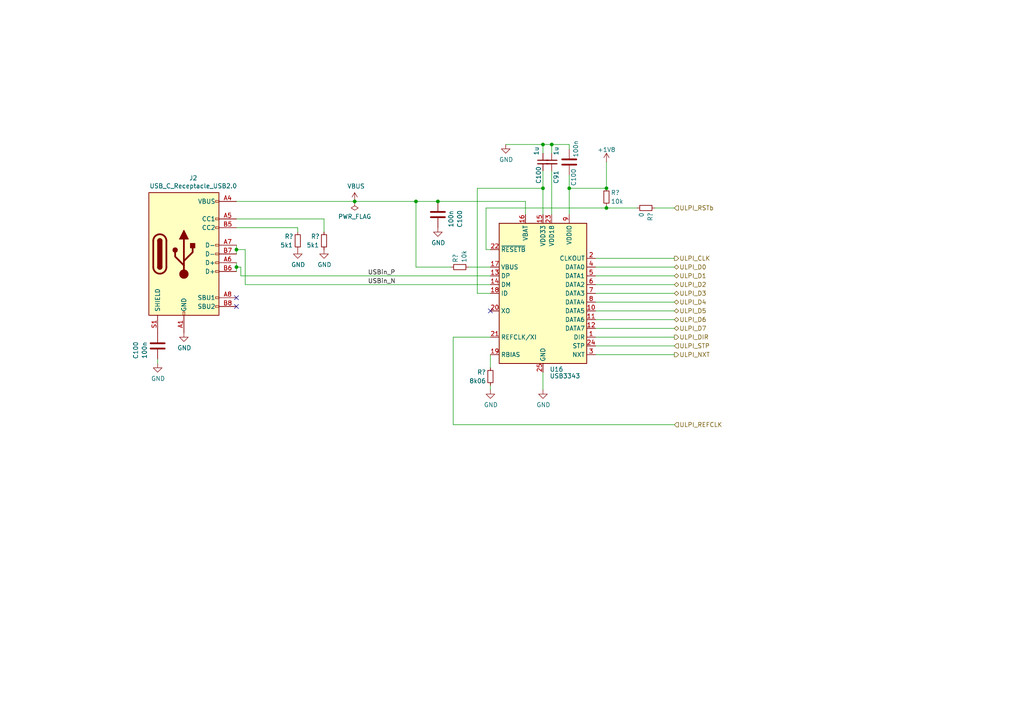
<source format=kicad_sch>
(kicad_sch (version 20230121) (generator eeschema)
  (paper "A4")
  (lib_symbols
    (symbol "Connector:USB_C_Receptacle_USB2.0" (pin_names (offset 1.016))
      (property "Reference" "J" (at -10.16 19.05 0))
      (property "Value" "USB_C_Receptacle_USB2.0" (at 19.05 19.05 0))
      (symbol "USB_C_Receptacle_USB2.0_0_0"
        (rectangle (start -0.254 -17.78) (end 0.254 -16.764))
        (rectangle (start 10.16 -14.986) (end 9.144 -15.494))
        (rectangle (start 10.16 -12.446) (end 9.144 -12.954))
        (rectangle (start 10.16 -4.826) (end 9.144 -5.334))
        (rectangle (start 10.16 -2.286) (end 9.144 -2.794))
        (rectangle (start 10.16 0.254) (end 9.144 -0.254))
        (rectangle (start 10.16 2.794) (end 9.144 2.286))
        (rectangle (start 10.16 7.874) (end 9.144 7.366))
        (rectangle (start 10.16 10.414) (end 9.144 9.906))
        (rectangle (start 10.16 15.494) (end 9.144 14.986))
      )
      (symbol "USB_C_Receptacle_USB2.0_0_1"
        (rectangle (start -10.16 17.78) (end 10.16 -17.78) (stroke (width 0.254)) (fill (type background)))
        (arc (start -8.89 -3.81) (mid -6.985 -5.7067) (end -5.08 -3.81) (stroke (width 0.508)))
        (arc (start -7.62 -3.81) (mid -6.985 -4.4423) (end -6.35 -3.81) (stroke (width 0.254)))
        (arc (start -7.62 -3.81) (mid -6.985 -4.4423) (end -6.35 -3.81) (stroke (width 0.254)) (fill (type outline)))
        (rectangle (start -7.62 -3.81) (end -6.35 3.81) (stroke (width 0.254)) (fill (type outline)))
        (arc (start -6.35 3.81) (mid -6.985 4.4423) (end -7.62 3.81) (stroke (width 0.254)))
        (arc (start -6.35 3.81) (mid -6.985 4.4423) (end -7.62 3.81) (stroke (width 0.254)) (fill (type outline)))
        (arc (start -5.08 3.81) (mid -6.985 5.7067) (end -8.89 3.81) (stroke (width 0.508)))
        (circle (center -2.54 1.143) (radius 0.635) (stroke (width 0.254)) (fill (type outline)))
        (circle (center 0 -5.842) (radius 1.27) (fill (type outline)))
        (polyline (pts (xy -8.89 -3.81) (xy -8.89 3.81)) (stroke (width 0.508)))
        (polyline (pts (xy -5.08 3.81) (xy -5.08 -3.81)) (stroke (width 0.508)))
        (polyline (pts (xy 0 -5.842) (xy 0 4.318)) (stroke (width 0.508)))
        (polyline (pts (xy 0 -3.302) (xy -2.54 -0.762) (xy -2.54 0.508)) (stroke (width 0.508)))
        (polyline (pts (xy 0 -2.032) (xy 2.54 0.508) (xy 2.54 1.778)) (stroke (width 0.508)))
        (polyline (pts (xy -1.27 4.318) (xy 0 6.858) (xy 1.27 4.318) (xy -1.27 4.318)) (stroke (width 0.254)) (fill (type outline)))
        (rectangle (start 1.905 1.778) (end 3.175 3.048) (stroke (width 0.254)) (fill (type outline)))
      )
      (symbol "USB_C_Receptacle_USB2.0_1_1"
        (pin passive line (at 0 -22.86 90) (length 5.08) (name "GND") (number "A1"))
        (pin passive line (at 0 -22.86 90) (length 5.08) hide (name "GND") (number "A12"))
        (pin passive line (at 15.24 15.24 180) (length 5.08) (name "VBUS") (number "A4"))
        (pin bidirectional line (at 15.24 10.16 180) (length 5.08) (name "CC1") (number "A5"))
        (pin bidirectional line (at 15.24 -2.54 180) (length 5.08) (name "D+") (number "A6"))
        (pin bidirectional line (at 15.24 2.54 180) (length 5.08) (name "D-") (number "A7"))
        (pin bidirectional line (at 15.24 -12.7 180) (length 5.08) (name "SBU1") (number "A8"))
        (pin passive line (at 15.24 15.24 180) (length 5.08) hide (name "VBUS") (number "A9"))
        (pin passive line (at 0 -22.86 90) (length 5.08) hide (name "GND") (number "B1"))
        (pin passive line (at 0 -22.86 90) (length 5.08) hide (name "GND") (number "B12"))
        (pin passive line (at 15.24 15.24 180) (length 5.08) hide (name "VBUS") (number "B4"))
        (pin bidirectional line (at 15.24 7.62 180) (length 5.08) (name "CC2") (number "B5"))
        (pin bidirectional line (at 15.24 -5.08 180) (length 5.08) (name "D+") (number "B6"))
        (pin bidirectional line (at 15.24 0 180) (length 5.08) (name "D-") (number "B7"))
        (pin bidirectional line (at 15.24 -15.24 180) (length 5.08) (name "SBU2") (number "B8"))
        (pin passive line (at 15.24 15.24 180) (length 5.08) hide (name "VBUS") (number "B9"))
        (pin passive line (at -7.62 -22.86 90) (length 5.08) (name "SHIELD") (number "S1"))
      )
    )
    (symbol "Device:C_Small" (pin_numbers hide) (pin_names (offset 0.254) hide)
      (property "Reference" "C" (at 0.254 1.778 0))
      (property "Value" "C_Small" (at 0.254 -2.032 0))
      (symbol "C_Small_0_1"
        (polyline (pts (xy -1.524 -0.508) (xy 1.524 -0.508)) (stroke (width 0.3302)))
        (polyline (pts (xy -1.524 0.508) (xy 1.524 0.508)) (stroke (width 0.3048)))
      )
      (symbol "C_Small_1_1"
        (pin passive line (at 0 2.54 270) (length 2.032) (name "~") (number "1"))
        (pin passive line (at 0 -2.54 90) (length 2.032) (name "~") (number "2"))
      )
    )
    (symbol "Device:R_Small" (pin_numbers hide) (pin_names (offset 0.254) hide)
      (property "Reference" "R" (at 0.762 0.508 0))
      (property "Value" "R_Small" (at 0.762 -1.016 0))
      (symbol "R_Small_0_1"
        (rectangle (start -0.762 1.778) (end 0.762 -1.778) (stroke (width 0.2032)))
      )
      (symbol "R_Small_1_1"
        (pin passive line (at 0 2.54 270) (length 0.762) (name "~") (number "1"))
        (pin passive line (at 0 -2.54 90) (length 0.762) (name "~") (number "2"))
      )
    )
    (symbol "Interface_USB:USB3343"
      (property "Reference" "U" (at 0 2.54 0))
      (property "Value" "USB3343" (at 0 0 0))
      (symbol "USB3343_0_1"
        (rectangle (start -12.7 20.32) (end 12.7 -20.32) (stroke (width 0.254)) (fill (type background)))
      )
      (symbol "USB3343_1_1"
        (pin output line (at 15.24 -12.7 180) (length 2.54) (name "DIR") (number "1"))
        (pin bidirectional line (at 15.24 -5.08 180) (length 2.54) (name "DATA5") (number "10"))
        (pin bidirectional line (at 15.24 -7.62 180) (length 2.54) (name "DATA6") (number "11"))
        (pin bidirectional line (at 15.24 -10.16 180) (length 2.54) (name "DATA7") (number "12"))
        (pin bidirectional line (at -15.24 5.08 0) (length 2.54) (name "DP") (number "13"))
        (pin bidirectional line (at -15.24 2.54 0) (length 2.54) (name "DM") (number "14"))
        (pin power_out line (at 0 22.86 270) (length 2.54) (name "VDD33") (number "15"))
        (pin power_in line (at -5.08 22.86 270) (length 2.54) (name "VBAT") (number "16"))
        (pin input line (at -15.24 7.62 0) (length 2.54) (name "VBUS") (number "17"))
        (pin input line (at -15.24 0 0) (length 2.54) (name "ID") (number "18"))
        (pin passive line (at -15.24 -17.78 0) (length 2.54) (name "RBIAS") (number "19"))
        (pin output line (at 15.24 10.16 180) (length 2.54) (name "CLKOUT") (number "2"))
        (pin output line (at -15.24 -5.08 0) (length 2.54) (name "XO") (number "20"))
        (pin input line (at -15.24 -12.7 0) (length 2.54) (name "REFCLK/XI") (number "21"))
        (pin input line (at -15.24 12.7 0) (length 2.54) (name "~{RESETB}") (number "22"))
        (pin power_out line (at 2.54 22.86 270) (length 2.54) (name "VDD18") (number "23"))
        (pin input line (at 15.24 -15.24 180) (length 2.54) (name "STP") (number "24"))
        (pin power_in line (at 0 -22.86 90) (length 2.54) (name "GND") (number "25"))
        (pin output line (at 15.24 -17.78 180) (length 2.54) (name "NXT") (number "3"))
        (pin bidirectional line (at 15.24 7.62 180) (length 2.54) (name "DATA0") (number "4"))
        (pin bidirectional line (at 15.24 5.08 180) (length 2.54) (name "DATA1") (number "5"))
        (pin bidirectional line (at 15.24 2.54 180) (length 2.54) (name "DATA2") (number "6"))
        (pin bidirectional line (at 15.24 0 180) (length 2.54) (name "DATA3") (number "7"))
        (pin bidirectional line (at 15.24 -2.54 180) (length 2.54) (name "DATA4") (number "8"))
        (pin power_in line (at 7.62 22.86 270) (length 2.54) (name "VDDIO") (number "9"))
      )
    )
    (symbol "fmc:100nF_603" (pin_numbers hide) (pin_names (offset 0.254))
      (property "Reference" "C" (at 0.635 2.54 0))
      (property "Value" "100nF_603" (at 0.635 -2.54 0))
      (symbol "100nF_603_0_1"
        (polyline (pts (xy -2.032 -0.762) (xy 2.032 -0.762)) (stroke (width 0.508)))
        (polyline (pts (xy -2.032 0.762) (xy 2.032 0.762)) (stroke (width 0.508)))
      )
      (symbol "100nF_603_1_1"
        (pin passive line (at 0 3.81 270) (length 2.794) (name "~") (number "1"))
        (pin passive line (at 0 -3.81 90) (length 2.794) (name "~") (number "2"))
      )
    )
    (symbol "power:+1V8" (power) (pin_names (offset 0))
      (property "Value" "+1V8" (at 0 3.556 0))
      (symbol "+1V8_0_1"
        (polyline (pts (xy -0.762 1.27) (xy 0 2.54)))
        (polyline (pts (xy 0 0) (xy 0 2.54)))
        (polyline (pts (xy 0 2.54) (xy 0.762 1.27)))
      )
      (symbol "+1V8_1_1"
        (pin power_in line (at 0 0 90) (length 0) hide (name "+1V8") (number "1"))
      )
    )
    (symbol "power:GND" (power) (pin_names (offset 0))
      (property "Value" "GND" (at 0 -3.81 0))
      (symbol "GND_0_1"
        (polyline (pts (xy 0 0) (xy 0 -1.27) (xy 1.27 -1.27) (xy 0 -2.54) (xy -1.27 -1.27) (xy 0 -1.27)))
      )
      (symbol "GND_1_1"
        (pin power_in line (at 0 0 270) (length 0) hide (name "GND") (number "1"))
      )
    )
    (symbol "power:PWR_FLAG" (power) (pin_numbers hide) (pin_names (offset 0) hide)
      (property "Value" "PWR_FLAG" (at 0 3.81 0))
      (symbol "PWR_FLAG_0_0"
        (pin power_out line (at 0 0 90) (length 0) (name "pwr") (number "1"))
      )
      (symbol "PWR_FLAG_0_1"
        (polyline (pts (xy 0 0) (xy 0 1.27) (xy -1.016 1.905) (xy 0 2.54) (xy 1.016 1.905) (xy 0 1.27)))
      )
    )
    (symbol "power:VBUS" (power) (pin_names (offset 0))
      (property "Value" "VBUS" (at 0 3.81 0))
      (symbol "VBUS_0_1"
        (polyline (pts (xy -0.762 1.27) (xy 0 2.54)))
        (polyline (pts (xy 0 0) (xy 0 2.54)))
        (polyline (pts (xy 0 2.54) (xy 0.762 1.27)))
      )
      (symbol "VBUS_1_1"
        (pin power_in line (at 0 0 90) (length 0) hide (name "VBUS") (number "1"))
      )
    )
  )
  (junction (at 68.58 72.39))
  (junction (at 120.65 58.42))
  (junction (at 175.895 54.61))
  (junction (at 102.87 58.42))
  (junction (at 127 58.42))
  (junction (at 165.1 54.61))
  (junction (at 175.895 60.325))
  (junction (at 160.02 41.91))
  (junction (at 157.48 54.61))
  (junction (at 157.48 41.91))
  (junction (at 68.58 77.47))
  (no_connect (at 142.24 90.17))
  (no_connect (at 68.58 88.9))
  (no_connect (at 68.58 86.36))
  (wire (pts (xy 157.48 41.91) (xy 157.48 44.45)))
  (wire (pts (xy 131.445 123.19) (xy 195.58 123.19)))
  (wire (pts (xy 172.72 90.17) (xy 195.58 90.17)))
  (wire (pts (xy 71.12 82.55) (xy 142.24 82.55)))
  (wire (pts (xy 45.72 104.14) (xy 45.72 105.41)))
  (wire (pts (xy 172.72 95.25) (xy 195.58 95.25)))
  (wire (pts (xy 130.81 77.47) (xy 120.65 77.47)))
  (wire (pts (xy 157.48 41.91) (xy 160.02 41.91)))
  (wire (pts (xy 175.895 60.325) (xy 184.785 60.325)))
  (wire (pts (xy 68.58 63.5) (xy 93.98 63.5)))
  (wire (pts (xy 120.65 77.47) (xy 120.65 58.42)))
  (wire (pts (xy 68.58 58.42) (xy 102.87 58.42)))
  (wire (pts (xy 69.85 80.01) (xy 142.24 80.01)))
  (wire (pts (xy 172.72 100.33) (xy 195.58 100.33)))
  (wire (pts (xy 172.72 74.93) (xy 195.58 74.93)))
  (wire (pts (xy 175.895 54.61) (xy 175.895 46.99)))
  (wire (pts (xy 68.58 66.04) (xy 86.36 66.04)))
  (wire (pts (xy 140.97 60.325) (xy 140.97 72.39)))
  (wire (pts (xy 157.48 54.61) (xy 157.48 62.23)))
  (wire (pts (xy 172.72 80.01) (xy 195.58 80.01)))
  (wire (pts (xy 175.895 59.69) (xy 175.895 60.325)))
  (wire (pts (xy 68.58 71.12) (xy 68.58 72.39)))
  (wire (pts (xy 138.43 85.09) (xy 138.43 54.61)))
  (wire (pts (xy 131.445 97.79) (xy 131.445 123.19)))
  (wire (pts (xy 69.85 77.47) (xy 69.85 80.01)))
  (wire (pts (xy 172.72 82.55) (xy 195.58 82.55)))
  (wire (pts (xy 152.4 58.42) (xy 127 58.42)))
  (wire (pts (xy 172.72 87.63) (xy 195.58 87.63)))
  (wire (pts (xy 140.97 60.325) (xy 175.895 60.325)))
  (wire (pts (xy 160.02 49.53) (xy 160.02 62.23)))
  (wire (pts (xy 93.98 67.31) (xy 93.98 63.5)))
  (wire (pts (xy 68.58 76.2) (xy 68.58 77.47)))
  (wire (pts (xy 165.1 50.8) (xy 165.1 54.61)))
  (wire (pts (xy 165.1 54.61) (xy 165.1 62.23)))
  (wire (pts (xy 172.72 97.79) (xy 195.58 97.79)))
  (wire (pts (xy 142.24 102.87) (xy 142.24 106.68)))
  (wire (pts (xy 68.58 77.47) (xy 68.58 78.74)))
  (wire (pts (xy 142.24 97.79) (xy 131.445 97.79)))
  (wire (pts (xy 135.89 77.47) (xy 142.24 77.47)))
  (wire (pts (xy 152.4 62.23) (xy 152.4 58.42)))
  (wire (pts (xy 68.58 72.39) (xy 71.12 72.39)))
  (wire (pts (xy 146.685 41.91) (xy 157.48 41.91)))
  (wire (pts (xy 120.65 58.42) (xy 102.87 58.42)))
  (wire (pts (xy 68.58 72.39) (xy 68.58 73.66)))
  (wire (pts (xy 71.12 72.39) (xy 71.12 82.55)))
  (wire (pts (xy 172.72 85.09) (xy 195.58 85.09)))
  (wire (pts (xy 142.24 72.39) (xy 140.97 72.39)))
  (wire (pts (xy 142.24 111.76) (xy 142.24 113.03)))
  (wire (pts (xy 172.72 102.87) (xy 195.58 102.87)))
  (wire (pts (xy 86.36 67.31) (xy 86.36 66.04)))
  (wire (pts (xy 160.02 41.91) (xy 160.02 44.45)))
  (wire (pts (xy 157.48 49.53) (xy 157.48 54.61)))
  (wire (pts (xy 142.24 85.09) (xy 138.43 85.09)))
  (wire (pts (xy 165.1 43.18) (xy 165.1 41.91)))
  (wire (pts (xy 160.02 41.91) (xy 165.1 41.91)))
  (wire (pts (xy 172.72 92.71) (xy 195.58 92.71)))
  (wire (pts (xy 68.58 77.47) (xy 69.85 77.47)))
  (wire (pts (xy 172.72 77.47) (xy 195.58 77.47)))
  (wire (pts (xy 165.1 54.61) (xy 175.895 54.61)))
  (wire (pts (xy 138.43 54.61) (xy 157.48 54.61)))
  (wire (pts (xy 157.48 107.95) (xy 157.48 113.03)))
  (wire (pts (xy 127 58.42) (xy 120.65 58.42)))
  (wire (pts (xy 189.865 60.325) (xy 195.58 60.325)))
  (label "USBin_P" (at 106.68 80.01 0))
  (label "USBin_N" (at 106.68 82.55 0))
  (hierarchical_label "ULPI_REFCLK" (shape input) (at 195.58 123.19 0))
  (hierarchical_label "ULPI_D7" (shape bidirectional) (at 195.58 95.25 0))
  (hierarchical_label "ULPI_RSTb" (shape input) (at 195.58 60.325 0))
  (hierarchical_label "ULPI_D5" (shape bidirectional) (at 195.58 90.17 0))
  (hierarchical_label "ULPI_STP" (shape input) (at 195.58 100.33 0))
  (hierarchical_label "ULPI_D4" (shape bidirectional) (at 195.58 87.63 0))
  (hierarchical_label "ULPI_CLK" (shape output) (at 195.58 74.93 0))
  (hierarchical_label "ULPI_D6" (shape bidirectional) (at 195.58 92.71 0))
  (hierarchical_label "ULPI_D1" (shape bidirectional) (at 195.58 80.01 0))
  (hierarchical_label "ULPI_DIR" (shape output) (at 195.58 97.79 0))
  (hierarchical_label "ULPI_D0" (shape bidirectional) (at 195.58 77.47 0))
  (hierarchical_label "ULPI_NXT" (shape output) (at 195.58 102.87 0))
  (hierarchical_label "ULPI_D2" (shape bidirectional) (at 195.58 82.55 0))
  (hierarchical_label "ULPI_D3" (shape bidirectional) (at 195.58 85.09 0))
  (symbol (lib_id "power:GND") (at 146.685 41.91 0) (unit 1)
    (property "Reference" "#PWR?" (effects hide))
    (property "Value" "GND" (at 146.812 46.3042 0))
    (instances (project "usbadc" (path "" (reference "#PWR?") (unit 1)) (path "" (reference "#PWR?") (unit 1)) (path "" (reference "#PWR054") (unit 1))))
  )
  (symbol (lib_id "power:+1V8") (at 175.895 46.99 0) (unit 1)
    (property "Reference" "#PWR?" (effects hide))
    (property "Value" "+1V8" (at 175.895 43.434 0))
    (instances (project "usbadc" (path "" (reference "#PWR?") (unit 1)) (path "" (reference "#PWR?") (unit 1)) (path "" (reference "#PWR085") (unit 1))))
  )
  (symbol (lib_id "Device:C_Small") (at 160.02 46.99 0) (unit 1)
    (property "Reference" "C91" (at 161.29 53.34 90) (effects (justify left)))
    (property "Value" "1u" (at 161.29 45.085 90) (effects (justify left)))
    (property "Footprint" "Capacitor_SMD:C_0603_1608Metric" (effects hide))
    (instances (project "usbadc" (path "" (reference "C91") (unit 1))) (project "ulpi-test" (path "" (reference "C2") (unit 1))))
  )
  (symbol (lib_id "fmc:100nF_603") (at 45.72 100.33 0) (mirror y) (unit 1)
    (property "Reference" "C100" (at 39.37 101.6 90))
    (property "Value" "100n" (at 41.91 101.6 90))
    (property "Footprint" "Capacitor_SMD:C_0603_1608Metric" (effects hide))
    (instances (project "usbadc" (path "" (reference "C100") (unit 1)) (path "" (reference "C116") (unit 1))))
  )
  (symbol (lib_id "power:GND") (at 45.72 105.41 0) (unit 1)
    (property "Reference" "#PWR?" (effects hide))
    (property "Value" "GND" (at 45.847 109.8042 0))
    (instances (project "usbadc" (path "" (reference "#PWR?") (unit 1)) (path "" (reference "#PWR?") (unit 1)) (path "" (reference "#PWR042") (unit 1))))
  )
  (symbol (lib_id "Interface_USB:USB3343") (at 157.48 85.09 0) (unit 1)
    (property "Reference" "U16" (at 159.4359 107.1325 0) (effects (justify left)))
    (property "Value" "USB3343" (at 159.4359 109.0535 0) (effects (justify left)))
    (property "Footprint" "Package_DFN_QFN:QFN-24-1EP_4x4mm_P0.5mm_EP2.6x2.6mm" (effects hide))
    (property "Datasheet" "http://ww1.microchip.com/downloads/en/DeviceDoc/334x.pdf" (effects hide))
  )
  (symbol (lib_id "Device:R_Small") (at 86.36 69.85 0) (unit 1)
    (property "Reference" "R?" (at 82.55 68.58 0) (effects (justify left)))
    (property "Value" "5k1" (at 81.28 71.12 0) (effects (justify left)))
    (property "Footprint" "Resistor_SMD:R_0603_1608Metric" (effects hide))
    (instances (project "usbadc" (path "" (reference "R?") (unit 1)) (path "" (reference "R65") (unit 1)) (path "" (reference "R28") (unit 1))))
  )
  (symbol (lib_id "power:GND") (at 93.98 72.39 0) (unit 1)
    (property "Reference" "#PWR?" (effects hide))
    (property "Value" "GND" (at 94.107 76.7842 0))
    (instances (project "usbadc" (path "" (reference "#PWR?") (unit 1)) (path "" (reference "#PWR?") (unit 1)) (path "" (reference "#PWR046") (unit 1))))
  )
  (symbol (lib_id "power:VBUS") (at 102.87 58.42 0) (unit 1)
    (property "Reference" "#PWR?" (effects hide))
    (property "Value" "VBUS" (at 103.251 54.0258 0))
    (instances (project "usbadc" (path "" (reference "#PWR?") (unit 1)) (path "" (reference "#PWR049") (unit 1))))
  )
  (symbol (lib_id "Device:R_Small") (at 93.98 69.85 0) (unit 1)
    (property "Reference" "R?" (at 90.17 68.58 0) (effects (justify left)))
    (property "Value" "5k1" (at 88.9 71.12 0) (effects (justify left)))
    (property "Footprint" "Resistor_SMD:R_0603_1608Metric" (effects hide))
    (instances (project "usbadc" (path "" (reference "R?") (unit 1)) (path "" (reference "R66") (unit 1)) (path "" (reference "R29") (unit 1))))
  )
  (symbol (lib_id "Device:R_Small") (at 142.24 109.22 0) (mirror y) (unit 1)
    (property "Reference" "R?" (at 140.97 107.95 0) (effects (justify left)))
    (property "Value" "8k06" (at 140.97 110.49 0) (effects (justify left)))
    (property "Footprint" "Resistor_SMD:R_0603_1608Metric" (effects hide))
    (instances (project "usbadc" (path "" (reference "R?") (unit 1)) (path "" (reference "R68") (unit 1)) (path "" (reference "R67") (unit 1))))
  )
  (symbol (lib_id "power:GND") (at 142.24 113.03 0) (unit 1)
    (property "Reference" "#PWR?" (effects hide))
    (property "Value" "GND" (at 142.367 117.4242 0))
    (instances (project "usbadc" (path "" (reference "#PWR?") (unit 1)) (path "" (reference "#PWR?") (unit 1)) (path "" (reference "#PWR053") (unit 1))))
  )
  (symbol (lib_id "Device:R_Small") (at 133.35 77.47 90) (unit 1)
    (property "Reference" "R?" (at 132.08 76.2 0) (effects (justify left)))
    (property "Value" "10k" (at 134.62 76.2 0) (effects (justify left)))
    (property "Footprint" "Resistor_SMD:R_0603_1608Metric" (effects hide))
    (instances (project "usbadc" (path "" (reference "R?") (unit 1)) (path "" (reference "R68") (unit 1)) (path "" (reference "R68") (unit 1))))
  )
  (symbol (lib_id "power:GND") (at 86.36 72.39 0) (unit 1)
    (property "Reference" "#PWR?" (effects hide))
    (property "Value" "GND" (at 86.487 76.7842 0))
    (instances (project "usbadc" (path "" (reference "#PWR?") (unit 1)) (path "" (reference "#PWR?") (unit 1)) (path "" (reference "#PWR044") (unit 1))))
  )
  (symbol (lib_id "power:PWR_FLAG") (at 102.87 58.42 0) (mirror x) (unit 1)
    (property "Reference" "#FLG?" (effects hide))
    (property "Value" "PWR_FLAG" (at 102.87 62.8142 0))
    (instances (project "usbadc" (path "" (reference "#FLG?") (unit 1)) (path "" (reference "#FLG02") (unit 1))))
  )
  (symbol (lib_id "power:GND") (at 127 66.04 0) (unit 1)
    (property "Reference" "#PWR?" (effects hide))
    (property "Value" "GND" (at 127.127 70.4342 0))
    (instances (project "usbadc" (path "" (reference "#PWR?") (unit 1)) (path "" (reference "#PWR?") (unit 1)) (path "" (reference "#PWR055") (unit 1))))
  )
  (symbol (lib_id "Device:R_Small") (at 175.895 57.15 0) (unit 1)
    (property "Reference" "R?" (at 177.165 55.88 0) (effects (justify left)))
    (property "Value" "10k" (at 177.165 58.42 0) (effects (justify left)))
    (property "Footprint" "Resistor_SMD:R_0603_1608Metric" (effects hide))
    (instances (project "usbadc" (path "" (reference "R?") (unit 1)) (path "" (reference "R68") (unit 1)) (path "" (reference "R16") (unit 1))))
  )
  (symbol (lib_id "Connector:USB_C_Receptacle_USB2.0") (at 53.34 73.66 0) (unit 1)
    (property "Reference" "J2" (at 56.0578 51.6382 0))
    (property "Value" "USB_C_Receptacle_USB2.0" (at 56.0578 53.9496 0))
    (property "Footprint" "proj_footprints:USB_C_Receptacle_Molex_2171790001_16P_TopMnt_Horizontal" (effects hide))
    (property "Datasheet" "https://www.usb.org/sites/default/files/documents/usb_type-c.zip" (effects hide))
    (property "Part" "2171790001" (effects hide))
    (property "Manufacturer" "Molex" (effects hide))
    (instances (project "usbadc" (path "" (reference "J2") (unit 1)) (path "" (reference "J1") (unit 1))))
  )
  (symbol (lib_id "Device:C_Small") (at 157.48 46.99 0) (mirror y) (unit 1)
    (property "Reference" "C100" (at 156.21 53.34 90) (effects (justify left)))
    (property "Value" "1u" (at 155.575 45.085 90) (effects (justify left)))
    (property "Footprint" "Capacitor_SMD:C_0603_1608Metric" (effects hide))
    (instances (project "usbadc" (path "" (reference "C100") (unit 1))) (project "ulpi-test" (path "" (reference "C2") (unit 1))))
  )
  (symbol (lib_id "power:GND") (at 157.48 113.03 0) (unit 1)
    (property "Reference" "#PWR?" (effects hide))
    (property "Value" "GND" (at 157.607 117.4242 0))
    (instances (project "usbadc" (path "" (reference "#PWR?") (unit 1)) (path "" (reference "#PWR?") (unit 1)) (path "" (reference "#PWR052") (unit 1))))
  )
  (symbol (lib_id "Device:R_Small") (at 187.325 60.325 270) (unit 1)
    (property "Reference" "R?" (at 188.595 61.595 0) (effects (justify left)))
    (property "Value" "0" (at 186.055 61.595 0) (effects (justify left)))
    (property "Footprint" "Resistor_SMD:R_0603_1608Metric" (effects hide))
    (instances (project "usbadc" (path "" (reference "R?") (unit 1)) (path "" (reference "R68") (unit 1)) (path "" (reference "R12") (unit 1))))
  )
  (symbol (lib_id "fmc:100nF_603") (at 165.1 46.99 0) (unit 1)
    (property "Reference" "C100" (at 166.37 51.435 90))
    (property "Value" "100n" (at 167.005 43.18 90))
    (property "Footprint" "Capacitor_SMD:C_0603_1608Metric" (effects hide))
    (instances (project "usbadc" (path "" (reference "C100") (unit 1)) (path "" (reference "C115") (unit 1))))
  )
  (symbol (lib_id "fmc:100nF_603") (at 127 62.23 0) (unit 1)
    (property "Reference" "C100" (at 133.35 63.5 90))
    (property "Value" "100n" (at 130.81 63.5 90))
    (property "Footprint" "Capacitor_SMD:C_0603_1608Metric" (effects hide))
    (instances (project "usbadc" (path "" (reference "C100") (unit 1)) (path "" (reference "C102") (unit 1))))
  )
  (symbol (lib_id "power:GND") (at 53.34 96.52 0) (unit 1)
    (property "Reference" "#PWR?" (effects hide))
    (property "Value" "GND" (at 53.467 100.9142 0))
    (instances (project "usbadc" (path "" (reference "#PWR?") (unit 1)) (path "" (reference "#PWR?") (unit 1)) (path "" (reference "#PWR043") (unit 1))))
  )
)
</source>
